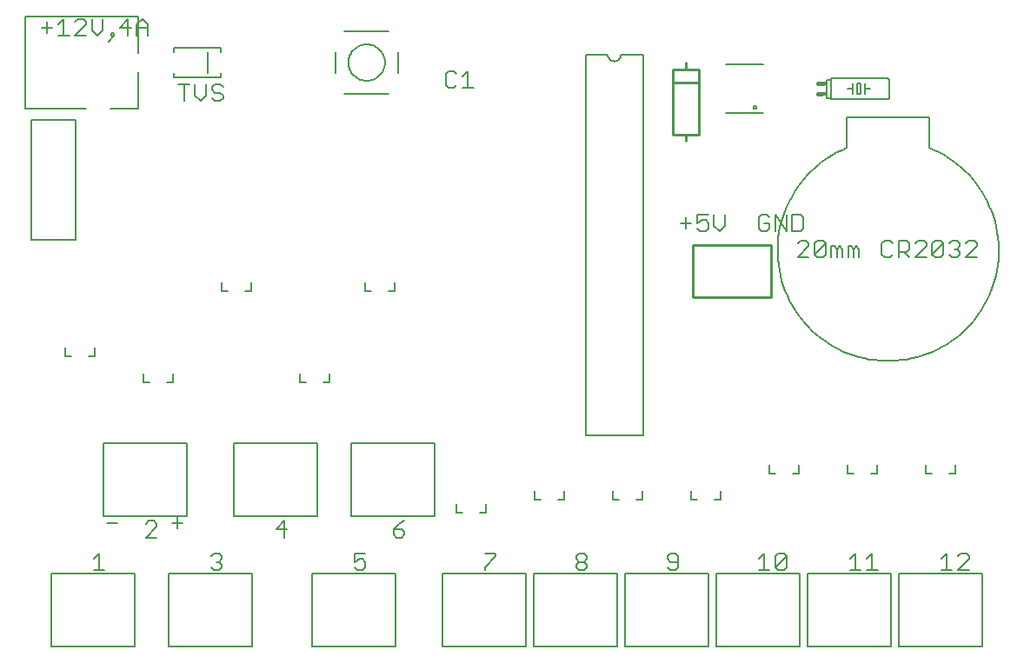
<source format=gto>
G75*
G70*
%OFA0B0*%
%FSLAX24Y24*%
%IPPOS*%
%LPD*%
%AMOC8*
5,1,8,0,0,1.08239X$1,22.5*
%
%ADD10C,0.0060*%
%ADD11C,0.0100*%
%ADD12C,0.0080*%
%ADD13C,0.0160*%
%ADD14R,0.0230X0.0160*%
%ADD15C,0.0050*%
D10*
X010361Y008943D02*
X010788Y008943D01*
X010574Y008943D02*
X010574Y009584D01*
X010361Y009370D01*
X010861Y010763D02*
X011288Y010763D01*
X012361Y010727D02*
X012468Y010834D01*
X012681Y010834D01*
X012788Y010727D01*
X012788Y010620D01*
X012361Y010193D01*
X012788Y010193D01*
X013574Y010550D02*
X013574Y010977D01*
X013361Y010763D02*
X013788Y010763D01*
X014968Y009584D02*
X015181Y009584D01*
X015288Y009477D01*
X015288Y009370D01*
X015181Y009263D01*
X015288Y009157D01*
X015288Y009050D01*
X015181Y008943D01*
X014968Y008943D01*
X014861Y009050D01*
X015074Y009263D02*
X015181Y009263D01*
X014861Y009477D02*
X014968Y009584D01*
X017361Y010513D02*
X017788Y010513D01*
X017681Y010193D02*
X017681Y010834D01*
X017361Y010513D01*
X020361Y009584D02*
X020361Y009263D01*
X020574Y009370D01*
X020681Y009370D01*
X020788Y009263D01*
X020788Y009050D01*
X020681Y008943D01*
X020468Y008943D01*
X020361Y009050D01*
X020361Y009584D02*
X020788Y009584D01*
X021861Y010300D02*
X021968Y010193D01*
X022181Y010193D01*
X022288Y010300D01*
X022288Y010407D01*
X022181Y010513D01*
X021861Y010513D01*
X021861Y010300D01*
X021861Y010513D02*
X022074Y010727D01*
X022288Y010834D01*
X024271Y011153D02*
X024271Y011473D01*
X024271Y011153D02*
X024491Y011153D01*
X025171Y011153D02*
X025391Y011153D01*
X025391Y011473D01*
X027271Y011653D02*
X027271Y011973D01*
X027271Y011653D02*
X027491Y011653D01*
X028171Y011653D02*
X028391Y011653D01*
X028391Y011973D01*
X030271Y011973D02*
X030271Y011653D01*
X030491Y011653D01*
X031171Y011653D02*
X031391Y011653D01*
X031391Y011973D01*
X033271Y011973D02*
X033271Y011653D01*
X033491Y011653D01*
X034171Y011653D02*
X034391Y011653D01*
X034391Y011973D01*
X036271Y012653D02*
X036271Y012973D01*
X036271Y012653D02*
X036491Y012653D01*
X037171Y012653D02*
X037391Y012653D01*
X037391Y012973D01*
X039271Y012973D02*
X039271Y012653D01*
X039491Y012653D01*
X040171Y012653D02*
X040391Y012653D01*
X040391Y012973D01*
X042271Y012973D02*
X042271Y012653D01*
X042491Y012653D01*
X043171Y012653D02*
X043391Y012653D01*
X043391Y012973D01*
X043612Y009584D02*
X043506Y009477D01*
X043612Y009584D02*
X043826Y009584D01*
X043933Y009477D01*
X043933Y009370D01*
X043506Y008943D01*
X043933Y008943D01*
X043288Y008943D02*
X042861Y008943D01*
X043074Y008943D02*
X043074Y009584D01*
X042861Y009370D01*
X040433Y008943D02*
X040006Y008943D01*
X040219Y008943D02*
X040219Y009584D01*
X040006Y009370D01*
X039574Y009584D02*
X039574Y008943D01*
X039361Y008943D02*
X039788Y008943D01*
X039361Y009370D02*
X039574Y009584D01*
X036933Y009477D02*
X036933Y009050D01*
X036826Y008943D01*
X036612Y008943D01*
X036506Y009050D01*
X036933Y009477D01*
X036826Y009584D01*
X036612Y009584D01*
X036506Y009477D01*
X036506Y009050D01*
X036288Y008943D02*
X035861Y008943D01*
X036074Y008943D02*
X036074Y009584D01*
X035861Y009370D01*
X032788Y009263D02*
X032468Y009263D01*
X032361Y009370D01*
X032361Y009477D01*
X032468Y009584D01*
X032681Y009584D01*
X032788Y009477D01*
X032788Y009050D01*
X032681Y008943D01*
X032468Y008943D01*
X032361Y009050D01*
X029288Y009050D02*
X029181Y008943D01*
X028968Y008943D01*
X028861Y009050D01*
X028861Y009157D01*
X028968Y009263D01*
X029181Y009263D01*
X029288Y009157D01*
X029288Y009050D01*
X029181Y009263D02*
X029288Y009370D01*
X029288Y009477D01*
X029181Y009584D01*
X028968Y009584D01*
X028861Y009477D01*
X028861Y009370D01*
X028968Y009263D01*
X025788Y009477D02*
X025361Y009050D01*
X025361Y008943D01*
X025361Y009584D02*
X025788Y009584D01*
X025788Y009477D01*
X029231Y014113D02*
X031431Y014113D01*
X031431Y028713D01*
X030581Y028713D01*
X030579Y028683D01*
X030574Y028653D01*
X030565Y028624D01*
X030552Y028597D01*
X030537Y028571D01*
X030518Y028547D01*
X030497Y028526D01*
X030473Y028507D01*
X030447Y028492D01*
X030420Y028479D01*
X030391Y028470D01*
X030361Y028465D01*
X030331Y028463D01*
X030301Y028465D01*
X030271Y028470D01*
X030242Y028479D01*
X030215Y028492D01*
X030189Y028507D01*
X030165Y028526D01*
X030144Y028547D01*
X030125Y028571D01*
X030110Y028597D01*
X030097Y028624D01*
X030088Y028653D01*
X030083Y028683D01*
X030081Y028713D01*
X029231Y028713D01*
X029231Y014113D01*
X021891Y019653D02*
X021671Y019653D01*
X021891Y019653D02*
X021891Y019973D01*
X020991Y019653D02*
X020771Y019653D01*
X020771Y019973D01*
X016391Y019973D02*
X016391Y019653D01*
X016171Y019653D01*
X015491Y019653D02*
X015271Y019653D01*
X015271Y019973D01*
X010391Y017473D02*
X010391Y017153D01*
X010171Y017153D01*
X009491Y017153D02*
X009271Y017153D01*
X009271Y017473D01*
X012271Y016473D02*
X012271Y016153D01*
X012491Y016153D01*
X013171Y016153D02*
X013391Y016153D01*
X013391Y016473D01*
X018271Y016473D02*
X018271Y016153D01*
X018491Y016153D01*
X019171Y016153D02*
X019391Y016153D01*
X019391Y016473D01*
X032861Y022263D02*
X033288Y022263D01*
X033506Y022263D02*
X033719Y022370D01*
X033826Y022370D01*
X033933Y022263D01*
X033933Y022050D01*
X033826Y021943D01*
X033612Y021943D01*
X033506Y022050D01*
X033506Y022263D02*
X033506Y022584D01*
X033933Y022584D01*
X034150Y022584D02*
X034150Y022157D01*
X034364Y021943D01*
X034577Y022157D01*
X034577Y022584D01*
X035861Y022477D02*
X035861Y022050D01*
X035968Y021943D01*
X036181Y021943D01*
X036288Y022050D01*
X036288Y022263D01*
X036074Y022263D01*
X035861Y022477D02*
X035968Y022584D01*
X036181Y022584D01*
X036288Y022477D01*
X036506Y022584D02*
X036933Y021943D01*
X036933Y022584D01*
X037150Y022584D02*
X037470Y022584D01*
X037577Y022477D01*
X037577Y022050D01*
X037470Y021943D01*
X037150Y021943D01*
X037150Y022584D01*
X036506Y022584D02*
X036506Y021943D01*
X037361Y021477D02*
X037468Y021584D01*
X037681Y021584D01*
X037788Y021477D01*
X037788Y021370D01*
X037361Y020943D01*
X037788Y020943D01*
X038006Y021050D02*
X038006Y021477D01*
X038112Y021584D01*
X038326Y021584D01*
X038433Y021477D01*
X038006Y021050D01*
X038112Y020943D01*
X038326Y020943D01*
X038433Y021050D01*
X038433Y021477D01*
X038650Y021370D02*
X038757Y021370D01*
X038864Y021263D01*
X038970Y021370D01*
X039077Y021263D01*
X039077Y020943D01*
X038864Y020943D02*
X038864Y021263D01*
X038650Y021370D02*
X038650Y020943D01*
X039295Y020943D02*
X039295Y021370D01*
X039401Y021370D01*
X039508Y021263D01*
X039615Y021370D01*
X039722Y021263D01*
X039722Y020943D01*
X039508Y020943D02*
X039508Y021263D01*
X040584Y021050D02*
X040690Y020943D01*
X040904Y020943D01*
X041011Y021050D01*
X041228Y021157D02*
X041549Y021157D01*
X041655Y021263D01*
X041655Y021477D01*
X041549Y021584D01*
X041228Y021584D01*
X041228Y020943D01*
X041442Y021157D02*
X041655Y020943D01*
X041873Y020943D02*
X042300Y021370D01*
X042300Y021477D01*
X042193Y021584D01*
X041980Y021584D01*
X041873Y021477D01*
X041873Y020943D02*
X042300Y020943D01*
X042517Y021050D02*
X042517Y021477D01*
X042624Y021584D01*
X042838Y021584D01*
X042944Y021477D01*
X042517Y021050D01*
X042624Y020943D01*
X042838Y020943D01*
X042944Y021050D01*
X042944Y021477D01*
X043162Y021477D02*
X043269Y021584D01*
X043482Y021584D01*
X043589Y021477D01*
X043589Y021370D01*
X043482Y021263D01*
X043589Y021157D01*
X043589Y021050D01*
X043482Y020943D01*
X043269Y020943D01*
X043162Y021050D01*
X043375Y021263D02*
X043482Y021263D01*
X043806Y021477D02*
X043913Y021584D01*
X044127Y021584D01*
X044233Y021477D01*
X044233Y021370D01*
X043806Y020943D01*
X044233Y020943D01*
X041011Y021477D02*
X040904Y021584D01*
X040690Y021584D01*
X040584Y021477D01*
X040584Y021050D01*
X033074Y022050D02*
X033074Y022477D01*
X034621Y026483D02*
X036041Y026483D01*
X038481Y027063D02*
X038631Y027063D01*
X038631Y027763D01*
X038631Y027813D01*
X040781Y027813D01*
X040798Y027811D01*
X040815Y027807D01*
X040831Y027800D01*
X040845Y027790D01*
X040858Y027777D01*
X040868Y027763D01*
X040875Y027747D01*
X040879Y027730D01*
X040881Y027713D01*
X040881Y027113D01*
X040879Y027096D01*
X040875Y027079D01*
X040868Y027063D01*
X040858Y027049D01*
X040845Y027036D01*
X040831Y027026D01*
X040815Y027019D01*
X040798Y027015D01*
X040781Y027013D01*
X038631Y027013D01*
X038631Y027063D01*
X038481Y027063D02*
X038481Y027763D01*
X038631Y027763D01*
X039281Y027413D02*
X039481Y027413D01*
X039481Y027213D01*
X039631Y027213D02*
X039631Y027613D01*
X039781Y027613D01*
X039781Y027213D01*
X039631Y027213D01*
X039481Y027413D02*
X039481Y027613D01*
X039931Y027613D02*
X039931Y027413D01*
X039931Y027213D01*
X039931Y027413D02*
X040131Y027413D01*
X036041Y028343D02*
X034621Y028343D01*
X024933Y027443D02*
X024506Y027443D01*
X024719Y027443D02*
X024719Y028084D01*
X024506Y027870D01*
X024288Y027977D02*
X024181Y028084D01*
X023968Y028084D01*
X023861Y027977D01*
X023861Y027550D01*
X023968Y027443D01*
X024181Y027443D01*
X024288Y027550D01*
X015327Y027477D02*
X015220Y027584D01*
X015007Y027584D01*
X014900Y027477D01*
X014900Y027370D01*
X015007Y027263D01*
X015220Y027263D01*
X015327Y027157D01*
X015327Y027050D01*
X015220Y026943D01*
X015007Y026943D01*
X014900Y027050D01*
X014683Y027157D02*
X014683Y027584D01*
X014256Y027584D02*
X014256Y027157D01*
X014469Y026943D01*
X014683Y027157D01*
X014038Y027584D02*
X013611Y027584D01*
X013824Y027584D02*
X013824Y026943D01*
X011153Y029443D02*
X010939Y029229D01*
X011046Y029443D02*
X011153Y029443D01*
X011153Y029550D01*
X011046Y029550D01*
X011046Y029443D01*
X010722Y029657D02*
X010722Y030084D01*
X010295Y030084D02*
X010295Y029657D01*
X010508Y029443D01*
X010722Y029657D01*
X011369Y029763D02*
X011796Y029763D01*
X012013Y029763D02*
X012440Y029763D01*
X012440Y029870D02*
X012440Y029443D01*
X012013Y029443D02*
X012013Y029870D01*
X012227Y030084D01*
X012440Y029870D01*
X011689Y030084D02*
X011689Y029443D01*
X011369Y029763D02*
X011689Y030084D01*
X010077Y029977D02*
X010077Y029870D01*
X009650Y029443D01*
X010077Y029443D01*
X010077Y029977D02*
X009970Y030084D01*
X009757Y030084D01*
X009650Y029977D01*
X009219Y030084D02*
X009219Y029443D01*
X009006Y029443D02*
X009433Y029443D01*
X009006Y029870D02*
X009219Y030084D01*
X008788Y029763D02*
X008361Y029763D01*
X008574Y029977D02*
X008574Y029550D01*
D11*
X032581Y028163D02*
X032581Y027663D01*
X033581Y027663D01*
X033581Y028163D01*
X033081Y028163D01*
X033081Y028413D01*
X033081Y028163D02*
X032581Y028163D01*
X032581Y027663D02*
X032581Y025663D01*
X033081Y025663D01*
X033081Y025413D01*
X033081Y025663D02*
X033581Y025663D01*
X033581Y027663D01*
X033331Y021413D02*
X033331Y019413D01*
X036331Y019413D01*
X036331Y021413D01*
X033331Y021413D01*
D12*
X039256Y025143D02*
X039256Y026324D01*
X042406Y026324D01*
X042406Y025143D01*
X042596Y025061D01*
X042782Y024970D01*
X042964Y024870D01*
X043140Y024762D01*
X043311Y024645D01*
X043476Y024520D01*
X043635Y024386D01*
X043787Y024246D01*
X043932Y024098D01*
X044070Y023943D01*
X044199Y023781D01*
X044321Y023614D01*
X044435Y023440D01*
X044539Y023262D01*
X044635Y023078D01*
X044722Y022890D01*
X044800Y022698D01*
X044868Y022502D01*
X044927Y022303D01*
X044975Y022102D01*
X045014Y021898D01*
X045043Y021693D01*
X045062Y021487D01*
X045070Y021280D01*
X045069Y021073D01*
X045057Y020866D01*
X045036Y020660D01*
X045004Y020455D01*
X044962Y020252D01*
X044911Y020051D01*
X044850Y019854D01*
X044779Y019659D01*
X044698Y019468D01*
X044609Y019281D01*
X044510Y019099D01*
X044403Y018922D01*
X044287Y018750D01*
X044163Y018584D01*
X044031Y018424D01*
X043891Y018271D01*
X043744Y018125D01*
X043590Y017987D01*
X043430Y017856D01*
X043263Y017733D01*
X043090Y017618D01*
X042912Y017512D01*
X042729Y017415D01*
X042542Y017327D01*
X042350Y017248D01*
X042155Y017178D01*
X041957Y017118D01*
X041756Y017068D01*
X041553Y017028D01*
X041348Y016998D01*
X041142Y016977D01*
X040935Y016967D01*
X040727Y016967D01*
X040520Y016977D01*
X040314Y016998D01*
X040109Y017028D01*
X039906Y017068D01*
X039705Y017118D01*
X039507Y017178D01*
X039312Y017248D01*
X039120Y017327D01*
X038933Y017415D01*
X038750Y017512D01*
X038572Y017618D01*
X038399Y017733D01*
X038232Y017856D01*
X038072Y017987D01*
X037918Y018125D01*
X037771Y018271D01*
X037631Y018424D01*
X037499Y018584D01*
X037375Y018750D01*
X037259Y018922D01*
X037152Y019099D01*
X037053Y019281D01*
X036964Y019468D01*
X036883Y019659D01*
X036812Y019854D01*
X036751Y020051D01*
X036700Y020252D01*
X036658Y020455D01*
X036626Y020660D01*
X036605Y020866D01*
X036593Y021073D01*
X036592Y021280D01*
X036600Y021487D01*
X036619Y021693D01*
X036648Y021898D01*
X036687Y022102D01*
X036735Y022303D01*
X036794Y022502D01*
X036862Y022698D01*
X036940Y022890D01*
X037027Y023078D01*
X037123Y023262D01*
X037227Y023440D01*
X037341Y023614D01*
X037463Y023781D01*
X037592Y023943D01*
X037730Y024098D01*
X037875Y024246D01*
X038027Y024386D01*
X038186Y024520D01*
X038351Y024645D01*
X038522Y024762D01*
X038698Y024870D01*
X038880Y024970D01*
X039066Y025061D01*
X039256Y025143D01*
X035664Y026703D02*
X035666Y026718D01*
X035672Y026731D01*
X035681Y026743D01*
X035692Y026752D01*
X035706Y026758D01*
X035721Y026760D01*
X035736Y026758D01*
X035749Y026752D01*
X035761Y026743D01*
X035770Y026732D01*
X035776Y026718D01*
X035778Y026703D01*
X035776Y026688D01*
X035770Y026675D01*
X035761Y026663D01*
X035750Y026654D01*
X035736Y026648D01*
X035721Y026646D01*
X035706Y026648D01*
X035693Y026654D01*
X035681Y026663D01*
X035672Y026674D01*
X035666Y026688D01*
X035664Y026703D01*
X022031Y028008D02*
X022031Y028813D01*
X021681Y029613D02*
X019981Y029613D01*
X019631Y028813D02*
X019631Y028020D01*
X020131Y028413D02*
X020133Y028465D01*
X020139Y028517D01*
X020149Y028569D01*
X020162Y028619D01*
X020179Y028669D01*
X020200Y028717D01*
X020225Y028763D01*
X020253Y028807D01*
X020284Y028849D01*
X020318Y028889D01*
X020355Y028926D01*
X020395Y028960D01*
X020437Y028991D01*
X020481Y029019D01*
X020527Y029044D01*
X020575Y029065D01*
X020625Y029082D01*
X020675Y029095D01*
X020727Y029105D01*
X020779Y029111D01*
X020831Y029113D01*
X020883Y029111D01*
X020935Y029105D01*
X020987Y029095D01*
X021037Y029082D01*
X021087Y029065D01*
X021135Y029044D01*
X021181Y029019D01*
X021225Y028991D01*
X021267Y028960D01*
X021307Y028926D01*
X021344Y028889D01*
X021378Y028849D01*
X021409Y028807D01*
X021437Y028763D01*
X021462Y028717D01*
X021483Y028669D01*
X021500Y028619D01*
X021513Y028569D01*
X021523Y028517D01*
X021529Y028465D01*
X021531Y028413D01*
X021529Y028361D01*
X021523Y028309D01*
X021513Y028257D01*
X021500Y028207D01*
X021483Y028157D01*
X021462Y028109D01*
X021437Y028063D01*
X021409Y028019D01*
X021378Y027977D01*
X021344Y027937D01*
X021307Y027900D01*
X021267Y027866D01*
X021225Y027835D01*
X021181Y027807D01*
X021135Y027782D01*
X021087Y027761D01*
X021037Y027744D01*
X020987Y027731D01*
X020935Y027721D01*
X020883Y027715D01*
X020831Y027713D01*
X020779Y027715D01*
X020727Y027721D01*
X020675Y027731D01*
X020625Y027744D01*
X020575Y027761D01*
X020527Y027782D01*
X020481Y027807D01*
X020437Y027835D01*
X020395Y027866D01*
X020355Y027900D01*
X020318Y027937D01*
X020284Y027977D01*
X020253Y028019D01*
X020225Y028063D01*
X020200Y028109D01*
X020179Y028157D01*
X020162Y028207D01*
X020149Y028257D01*
X020139Y028309D01*
X020133Y028361D01*
X020131Y028413D01*
X019981Y027213D02*
X021681Y027213D01*
X015236Y027842D02*
X013425Y027842D01*
X013425Y028019D01*
X013425Y028807D02*
X013425Y028984D01*
X015236Y028984D01*
X015236Y028807D01*
X014725Y028807D02*
X014725Y028019D01*
X015236Y028019D02*
X015236Y027842D01*
X012079Y028059D02*
X012079Y026641D01*
X011016Y026641D01*
X010071Y026641D02*
X007748Y026641D01*
X007748Y030185D01*
X012079Y030185D01*
X012079Y028767D01*
X009687Y026202D02*
X009687Y021624D01*
X007975Y021624D01*
X007975Y026202D01*
X009687Y026202D01*
D13*
X038131Y027213D02*
X038281Y027213D01*
X038331Y027613D02*
X038131Y027613D01*
D14*
X038346Y027613D03*
X038346Y027213D03*
D15*
X008733Y008815D02*
X008733Y006011D01*
X011929Y006011D01*
X011929Y008815D01*
X008733Y008815D01*
X010733Y011011D02*
X010733Y013815D01*
X013929Y013815D01*
X013929Y011011D01*
X010733Y011011D01*
X013233Y008815D02*
X013233Y006011D01*
X016429Y006011D01*
X016429Y008815D01*
X013233Y008815D01*
X015733Y011011D02*
X015733Y013815D01*
X018929Y013815D01*
X018929Y011011D01*
X015733Y011011D01*
X018733Y008815D02*
X018733Y006011D01*
X021929Y006011D01*
X021929Y008815D01*
X018733Y008815D01*
X020233Y011011D02*
X020233Y013815D01*
X023429Y013815D01*
X023429Y011011D01*
X020233Y011011D01*
X023733Y008815D02*
X023733Y006011D01*
X026929Y006011D01*
X026929Y008815D01*
X023733Y008815D01*
X027233Y008815D02*
X027233Y006011D01*
X030429Y006011D01*
X030429Y008815D01*
X027233Y008815D01*
X030733Y008815D02*
X030733Y006011D01*
X033929Y006011D01*
X033929Y008815D01*
X030733Y008815D01*
X034233Y008815D02*
X034233Y006011D01*
X037429Y006011D01*
X037429Y008815D01*
X034233Y008815D01*
X037733Y008815D02*
X037733Y006011D01*
X040929Y006011D01*
X040929Y008815D01*
X037733Y008815D01*
X041233Y008815D02*
X041233Y006011D01*
X044429Y006011D01*
X044429Y008815D01*
X041233Y008815D01*
M02*

</source>
